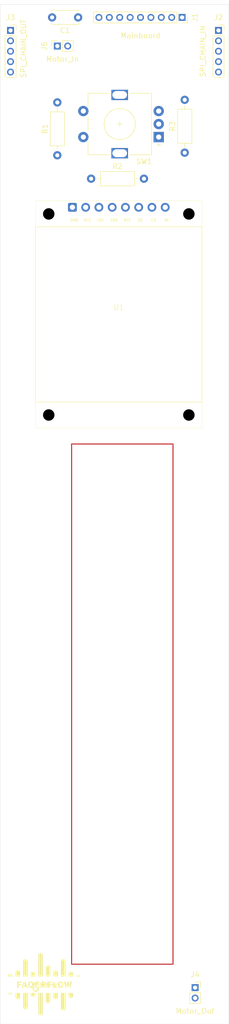
<source format=kicad_pcb>
(kicad_pcb (version 20241229) (generator "pcbnew") (generator_version "9.0")
  (layers (0 "F.Cu" signal) (2 "B.Cu" signal) (13 "F.Paste" user) (15 "B.Paste" user) (5 "F.SilkS" user "F.Silkscreen") (7 "B.SilkS" user "B.Silkscreen") (1 "F.Mask" user) (3 "B.Mask" user) (25 "Edge.Cuts" user))
  (net 0 "")
  (net 1 "GND")
  (net 2 "E_VCC")
  (net 3 "ENC_SW")
  (net 4 "ENC_DT")
  (net 5 "ENC_CLK")
  (net 6 "SCREEN_DC")
  (net 7 "FADER_OUT")
  (net 8 "SCREEN_CS")
  (net 9 "SPI_SCK")
  (net 10 "MOTOR-")
  (net 11 "MOTOR+")
  (net 12 "SCR_BL_PWM")
  (net 13 "SPI_MOSI")
  (net 14 "SCREEN_RST")
  (footprint "Connector_PinSocket_2.00mm:PinSocket_1x05_P2.00mm_Vertical" (layer "F.Cu") (at 87 49)
    (property "Reference" "J2" (at 0 -2.5 0) (layer "F.SilkS"))
    (property "Value" "SPI_CHAIN_IN" (at -3 4 90) (layer "F.SilkS"))
    (pad "1" thru_hole rect (at 0 0) (size 1.35 1.35) (drill 0.8) (layers "*.Cu" "*.Mask") (net 1 "GND"))
    (pad "2" thru_hole circle (at 0 2) (size 1.35 1.35) (drill 0.8) (layers "*.Cu" "*.Mask") (net 2 "E_VCC"))
    (pad "3" thru_hole circle (at 0 4) (size 1.35 1.35) (drill 0.8) (layers "*.Cu" "*.Mask") (net 9 "SPI_SCK"))
    (pad "4" thru_hole circle (at 0 6) (size 1.35 1.35) (drill 0.8) (layers "*.Cu" "*.Mask") (net 13 "SPI_MOSI"))
    (pad "5" thru_hole circle (at 0 8) (size 1.35 1.35) (drill 0.8) (layers "*.Cu" "*.Mask") (net 12 "SCR_BL_PWM"))
  )
  (footprint "Resistor_THT:R_Axial_DIN0207_L6.3mm_D2.5mm_P10.16mm_Horizontal" (layer "F.Cu") (at 80.5 72.5 90)
    (property "Reference" "R3" (at 5.08 -2.37 90) (layer "F.SilkS"))
    (property "Value" "10k")
    (pad "1" thru_hole circle (at 0 0 90) (size 1.6 1.6) (drill 0.8) (layers "*.Cu" "*.Mask") (net 2 "E_VCC"))
    (pad "2" thru_hole circle (at 10.16 0 90) (size 1.6 1.6) (drill 0.8) (layers "*.Cu" "*.Mask") (net 3 "ENC_SW"))
  )
  (footprint "ST7789:1.54 inch" (layer "F.Cu") (at 51.825 81.75)
    (property "Reference" "U1" (at 16 20.5 0) (layer "F.SilkS") (effects (font (thickness 0.1))))
    (property "Value" "~")
    (fp_text user "BL" (at 25.24 4 0) (layer "F.SilkS") (effects (font (size 0.5 0.5) (thickness 0.1)) (justify bottom)))
    (fp_text user "GND" (at 7.46 4 0) (layer "F.SilkS") (effects (font (size 0.5 0.5) (thickness 0.1)) (justify bottom)))
    (fp_text user "SDA" (at 15.08 4 0) (layer "F.SilkS") (effects (font (size 0.5 0.5) (thickness 0.1)) (justify bottom)))
    (fp_text user "VCC" (at 10 4 0) (layer "F.SilkS") (effects (font (size 0.5 0.5) (thickness 0.1)) (justify bottom)))
    (fp_text user "DC" (at 20.16 4 0) (layer "F.SilkS") (effects (font (size 0.5 0.5) (thickness 0.1)) (justify bottom)))
    (fp_text user "SCL" (at 12.54 4 0) (layer "F.SilkS") (effects (font (size 0.5 0.5) (thickness 0.1)) (justify bottom)))
    (fp_text user "CS" (at 22.7 4 0) (layer "F.SilkS") (effects (font (size 0.5 0.5) (thickness 0.1)) (justify bottom)))
    (fp_text user "RST" (at 17.62 4 0) (layer "F.SilkS") (effects (font (size 0.5 0.5) (thickness 0.1)) (justify bottom)))
    (pad "" np_thru_hole circle (at 2.525 2.525) (size 3.54 3.54) (drill 2.2) (layers "*.Mask"))
    (pad "" np_thru_hole circle (at 2.525 41.175) (size 3.54 3.54) (drill 2.2) (layers "*.Mask"))
    (pad "" np_thru_hole circle (at 29.475 2.525) (size 3.54 3.54) (drill 2.2) (layers "*.Mask"))
    (pad "" np_thru_hole circle (at 29.475 41.175) (size 3.54 3.54) (drill 2.2) (layers "*.Mask"))
    (pad "1" thru_hole roundrect (at 7.075 1.25) (size 1.7 1.7) (drill 1) (layers "*.Cu" "*.Mask") (roundrect_rratio 0.15) (net 1 "GND"))
    (pad "2" thru_hole circle (at 9.625 1.25) (size 1.7 1.7) (drill 1) (layers "*.Cu" "*.Mask") (net 2 "E_VCC"))
    (pad "3" thru_hole circle (at 12.175 1.25) (size 1.7 1.7) (drill 1) (layers "*.Cu" "*.Mask") (net 9 "SPI_SCK"))
    (pad "4" thru_hole circle (at 14.725 1.25) (size 1.7 1.7) (drill 1) (layers "*.Cu" "*.Mask") (net 13 "SPI_MOSI"))
    (pad "5" thru_hole circle (at 17.275 1.25) (size 1.7 1.7) (drill 1) (layers "*.Cu" "*.Mask") (net 14 "SCREEN_RST"))
    (pad "6" thru_hole circle (at 19.825 1.25) (size 1.7 1.7) (drill 1) (layers "*.Cu" "*.Mask") (net 6 "SCREEN_DC"))
    (pad "7" thru_hole circle (at 22.375 1.25) (size 1.7 1.7) (drill 1) (layers "*.Cu" "*.Mask") (net 8 "SCREEN_CS"))
    (pad "8" thru_hole circle (at 24.925 1.25) (size 1.7 1.7) (drill 1) (layers "*.Cu" "*.Mask") (net 12 "SCR_BL_PWM"))
  )
  (footprint "Connector_PinSocket_2.00mm:PinSocket_1x09_P2.00mm_Vertical" (layer "F.Cu") (at 80 46.5 -90)
    (property "Reference" "J1" (at 0 -2.5 90) (layer "F.SilkS"))
    (property "Value" "Mainboard" (at 3.5 8 0) (layer "F.SilkS"))
    (pad "1" thru_hole rect (at 0 0 270) (size 1.35 1.35) (drill 0.8) (layers "*.Cu" "*.Mask") (net 1 "GND"))
    (pad "2" thru_hole circle (at 0 2 270) (size 1.35 1.35) (drill 0.8) (layers "*.Cu" "*.Mask") (net 2 "E_VCC"))
    (pad "3" thru_hole circle (at 0 4 270) (size 1.35 1.35) (drill 0.8) (layers "*.Cu" "*.Mask") (net 8 "SCREEN_CS"))
    (pad "4" thru_hole circle (at 0 6 270) (size 1.35 1.35) (drill 0.8) (layers "*.Cu" "*.Mask") (net 6 "SCREEN_DC"))
    (pad "5" thru_hole circle (at 0 8 270) (size 1.35 1.35) (drill 0.8) (layers "*.Cu" "*.Mask") (net 5 "ENC_CLK"))
    (pad "6" thru_hole circle (at 0 10 270) (size 1.35 1.35) (drill 0.8) (layers "*.Cu" "*.Mask") (net 4 "ENC_DT"))
    (pad "7" thru_hole circle (at 0 12 270) (size 1.35 1.35) (drill 0.8) (layers "*.Cu" "*.Mask") (net 3 "ENC_SW"))
    (pad "8" thru_hole circle (at 0 14 270) (size 1.35 1.35) (drill 0.8) (layers "*.Cu" "*.Mask") (net 7 "FADER_OUT"))
    (pad "9" thru_hole circle (at 0 16 270) (size 1.35 1.35) (drill 0.8) (layers "*.Cu" "*.Mask") (net 14 "SCREEN_RST"))
  )
  (footprint "Connector_PinSocket_2.00mm:PinSocket_1x02_P2.00mm_Vertical" (layer "F.Cu") (at 82.5 233)
    (property "Reference" "J4" (at 0 -2.5 0) (layer "F.SilkS"))
    (property "Value" "Motor_Out" (at 0 4.5 0) (layer "F.SilkS"))
    (pad "1" thru_hole rect (at 0 0) (size 1.35 1.35) (drill 0.8) (layers "*.Cu" "*.Mask") (net 11 "MOTOR+"))
    (pad "2" thru_hole circle (at 0 2) (size 1.35 1.35) (drill 0.8) (layers "*.Cu" "*.Mask") (net 10 "MOTOR-"))
  )
  (footprint "EC11:RotaryEncoder_Alps_EC11E-Switch_Vertical_H20mm" (layer "F.Cu") (at 75.5 69.5 180)
    (property "Reference" "SW1" (at 2.8 -4.7 0) (layer "F.SilkS"))
    (property "Value" "RotaryEncoder_Switch")
    (pad "A" thru_hole rect (at 0 0 180) (size 2 2) (drill 1) (layers "*.Cu" "*.Mask") (net 5 "ENC_CLK"))
    (pad "B" thru_hole circle (at 0 5 180) (size 2 2) (drill 1) (layers "*.Cu" "*.Mask") (net 4 "ENC_DT"))
    (pad "C" thru_hole circle (at 0 2.5 180) (size 2 2) (drill 1) (layers "*.Cu" "*.Mask") (net 1 "GND"))
    (pad "MP" thru_hole rect (at 7.5 -3.1 180) (size 3.2 2) (drill oval 2.8 1.5) (layers "*.Cu" "*.Mask"))
    (pad "MP" thru_hole rect (at 7.5 8.1 180) (size 3.2 2) (drill oval 2.8 1.5) (layers "*.Cu" "*.Mask"))
    (pad "S1" thru_hole circle (at 14.5 5 180) (size 2 2) (drill 1) (layers "*.Cu" "*.Mask") (net 3 "ENC_SW"))
    (pad "S2" thru_hole circle (at 14.5 0 180) (size 2 2) (drill 1) (layers "*.Cu" "*.Mask") (net 1 "GND"))
  )
  (footprint "Connector_PinSocket_2.00mm:PinSocket_1x02_P2.00mm_Vertical" (layer "F.Cu") (at 56 52 90)
    (property "Reference" "J6" (at 0 -2.5 90) (layer "F.SilkS"))
    (property "Value" "Motor_In" (at -2.5 1 180) (layer "F.SilkS"))
    (pad "1" thru_hole rect (at 0 0 90) (size 1.35 1.35) (drill 0.8) (layers "*.Cu" "*.Mask") (net 11 "MOTOR+"))
    (pad "2" thru_hole circle (at 0 2 90) (size 1.35 1.35) (drill 0.8) (layers "*.Cu" "*.Mask") (net 10 "MOTOR-"))
  )
  (footprint "Capacitor_THT:C_Disc_D5.0mm_W2.5mm_P5.00mm" (layer "F.Cu") (at 60 46.5 180)
    (property "Reference" "C1" (at 2.5 -2.5 0) (layer "F.SilkS"))
    (property "Value" "0.1uF")
    (pad "1" thru_hole circle (at 0 0 180) (size 1.6 1.6) (drill 0.8) (layers "*.Cu" "*.Mask") (net 1 "GND"))
    (pad "2" thru_hole circle (at 5 0 180) (size 1.6 1.6) (drill 0.8) (layers "*.Cu" "*.Mask") (net 2 "E_VCC"))
  )
  (footprint "Connector_PinSocket_2.00mm:PinSocket_1x05_P2.00mm_Vertical" (layer "F.Cu") (at 47 49)
    (property "Reference" "J3" (at 0 -2.5 0) (layer "F.SilkS"))
    (property "Value" "SPI_CHAIN_OUT" (at 2.5 3.5 90) (layer "F.SilkS"))
    (pad "1" thru_hole rect (at 0 0) (size 1.35 1.35) (drill 0.8) (layers "*.Cu" "*.Mask") (net 1 "GND"))
    (pad "2" thru_hole circle (at 0 2) (size 1.35 1.35) (drill 0.8) (layers "*.Cu" "*.Mask") (net 2 "E_VCC"))
    (pad "3" thru_hole circle (at 0 4) (size 1.35 1.35) (drill 0.8) (layers "*.Cu" "*.Mask") (net 9 "SPI_SCK"))
    (pad "4" thru_hole circle (at 0 6) (size 1.35 1.35) (drill 0.8) (layers "*.Cu" "*.Mask") (net 13 "SPI_MOSI"))
    (pad "5" thru_hole circle (at 0 8) (size 1.35 1.35) (drill 0.8) (layers "*.Cu" "*.Mask") (net 12 "SCR_BL_PWM"))
  )
  (footprint "LOGO" (layer "F.Cu") (at 53.5 233)
    (property "Reference" "G***" (at 0 0 0) (layer "F.SilkS") (effects (font (size 1.5 1.5) (thickness 0.3))))
    (property "Value" "LOGO" (hide yes))
  )
  (footprint "Resistor_THT:R_Axial_DIN0207_L6.3mm_D2.5mm_P10.16mm_Horizontal" (layer "F.Cu") (at 62.5 77.5)
    (property "Reference" "R2" (at 5.08 -2.37 0) (layer "F.SilkS"))
    (property "Value" "10k")
    (pad "1" thru_hole circle (at 0 0) (size 1.6 1.6) (drill 0.8) (layers "*.Cu" "*.Mask") (net 2 "E_VCC"))
    (pad "2" thru_hole circle (at 10.16 0) (size 1.6 1.6) (drill 0.8) (layers "*.Cu" "*.Mask") (net 4 "ENC_DT"))
  )
  (footprint "Resistor_THT:R_Axial_DIN0207_L6.3mm_D2.5mm_P10.16mm_Horizontal" (layer "F.Cu") (at 56 73 90)
    (property "Reference" "R1" (at 5.08 -2.37 90) (layer "F.SilkS"))
    (property "Value" "10k")
    (pad "1" thru_hole circle (at 0 0 90) (size 1.6 1.6) (drill 0.8) (layers "*.Cu" "*.Mask") (net 2 "E_VCC"))
    (pad "2" thru_hole circle (at 10.16 0 90) (size 1.6 1.6) (drill 0.8) (layers "*.Cu" "*.Mask") (net 5 "ENC_CLK"))
  )
  (gr_rect (start 58.75 128.5) (end 78.25 228.5) (stroke (width 0.2)) (fill no) (layer "F.Cu"))
  (gr_rect (start 45 44) (end 89 240) (stroke (width 0.05)) (fill no) (layer "Edge.Cuts"))
)
</source>
